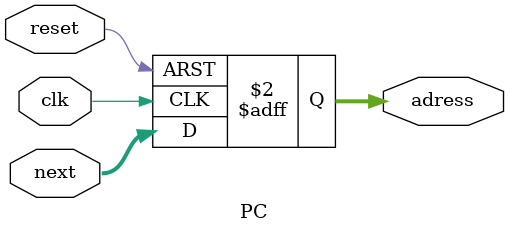
<source format=v>
module PC (
    input clk,          // Clock signal
    input reset,        // Reset signal
    input [31:0] next, // Next instruction address
    output reg [31:0] adress // Current instruction address
);

always @(posedge clk or posedge reset) begin
    if (reset)
        adress <= 32'b0; // Reset adress to 0
    else
        adress <= next; // Update adress to next instruction address
end

endmodule


</source>
